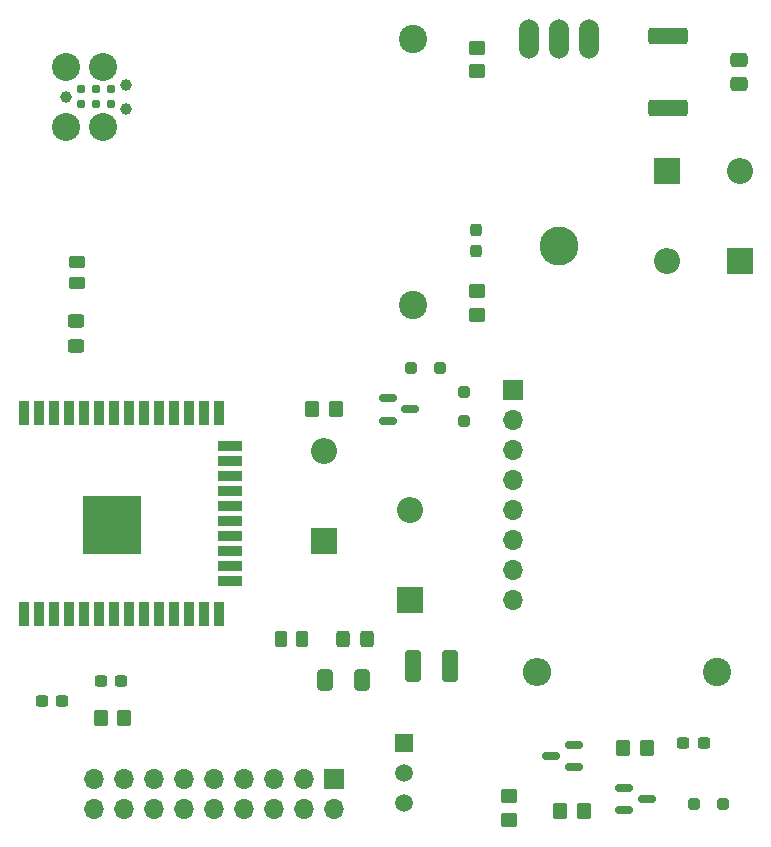
<source format=gts>
G04 #@! TF.GenerationSoftware,KiCad,Pcbnew,(7.0.0-0)*
G04 #@! TF.CreationDate,2023-03-22T08:14:14+00:00*
G04 #@! TF.ProjectId,ESP_AC_CDI_1,4553505f-4143-45f4-9344-495f312e6b69,rev?*
G04 #@! TF.SameCoordinates,Original*
G04 #@! TF.FileFunction,Soldermask,Top*
G04 #@! TF.FilePolarity,Negative*
%FSLAX46Y46*%
G04 Gerber Fmt 4.6, Leading zero omitted, Abs format (unit mm)*
G04 Created by KiCad (PCBNEW (7.0.0-0)) date 2023-03-22 08:14:14*
%MOMM*%
%LPD*%
G01*
G04 APERTURE LIST*
G04 Aperture macros list*
%AMRoundRect*
0 Rectangle with rounded corners*
0 $1 Rounding radius*
0 $2 $3 $4 $5 $6 $7 $8 $9 X,Y pos of 4 corners*
0 Add a 4 corners polygon primitive as box body*
4,1,4,$2,$3,$4,$5,$6,$7,$8,$9,$2,$3,0*
0 Add four circle primitives for the rounded corners*
1,1,$1+$1,$2,$3*
1,1,$1+$1,$4,$5*
1,1,$1+$1,$6,$7*
1,1,$1+$1,$8,$9*
0 Add four rect primitives between the rounded corners*
20,1,$1+$1,$2,$3,$4,$5,0*
20,1,$1+$1,$4,$5,$6,$7,0*
20,1,$1+$1,$6,$7,$8,$9,0*
20,1,$1+$1,$8,$9,$2,$3,0*%
G04 Aperture macros list end*
%ADD10RoundRect,0.250000X-0.475000X0.337500X-0.475000X-0.337500X0.475000X-0.337500X0.475000X0.337500X0*%
%ADD11O,2.200000X2.200000*%
%ADD12R,2.200000X2.200000*%
%ADD13RoundRect,0.249999X1.425001X-0.450001X1.425001X0.450001X-1.425001X0.450001X-1.425001X-0.450001X0*%
%ADD14RoundRect,0.237500X-0.300000X-0.237500X0.300000X-0.237500X0.300000X0.237500X-0.300000X0.237500X0*%
%ADD15RoundRect,0.237500X0.300000X0.237500X-0.300000X0.237500X-0.300000X-0.237500X0.300000X-0.237500X0*%
%ADD16RoundRect,0.250000X0.250000X0.250000X-0.250000X0.250000X-0.250000X-0.250000X0.250000X-0.250000X0*%
%ADD17RoundRect,0.250000X-0.250000X0.250000X-0.250000X-0.250000X0.250000X-0.250000X0.250000X0.250000X0*%
%ADD18RoundRect,0.250000X-0.325000X-0.450000X0.325000X-0.450000X0.325000X0.450000X-0.325000X0.450000X0*%
%ADD19RoundRect,0.250000X-0.350000X-0.450000X0.350000X-0.450000X0.350000X0.450000X-0.350000X0.450000X0*%
%ADD20R,0.900000X2.000000*%
%ADD21R,2.000000X0.900000*%
%ADD22R,5.000000X5.000000*%
%ADD23C,1.498600*%
%ADD24R,1.498600X1.498600*%
%ADD25RoundRect,0.250000X-0.412500X-1.100000X0.412500X-1.100000X0.412500X1.100000X-0.412500X1.100000X0*%
%ADD26RoundRect,0.250000X0.350000X0.450000X-0.350000X0.450000X-0.350000X-0.450000X0.350000X-0.450000X0*%
%ADD27RoundRect,0.250000X-0.450000X0.325000X-0.450000X-0.325000X0.450000X-0.325000X0.450000X0.325000X0*%
%ADD28C,3.302000*%
%ADD29O,1.676400X3.352800*%
%ADD30RoundRect,0.150000X0.587500X0.150000X-0.587500X0.150000X-0.587500X-0.150000X0.587500X-0.150000X0*%
%ADD31RoundRect,0.250000X0.450000X-0.350000X0.450000X0.350000X-0.450000X0.350000X-0.450000X-0.350000X0*%
%ADD32RoundRect,0.250000X-0.262500X-0.450000X0.262500X-0.450000X0.262500X0.450000X-0.262500X0.450000X0*%
%ADD33RoundRect,0.250000X-0.450000X0.350000X-0.450000X-0.350000X0.450000X-0.350000X0.450000X0.350000X0*%
%ADD34C,2.400000*%
%ADD35RoundRect,0.150000X-0.587500X-0.150000X0.587500X-0.150000X0.587500X0.150000X-0.587500X0.150000X0*%
%ADD36R,1.700000X1.700000*%
%ADD37O,1.700000X1.700000*%
%ADD38O,2.400000X2.400000*%
%ADD39C,2.374900*%
%ADD40C,0.990600*%
%ADD41C,0.787400*%
%ADD42RoundRect,0.237500X0.237500X-0.300000X0.237500X0.300000X-0.237500X0.300000X-0.237500X-0.300000X0*%
%ADD43RoundRect,0.250000X-0.450000X0.262500X-0.450000X-0.262500X0.450000X-0.262500X0.450000X0.262500X0*%
%ADD44RoundRect,0.250000X0.412500X0.650000X-0.412500X0.650000X-0.412500X-0.650000X0.412500X-0.650000X0*%
G04 APERTURE END LIST*
D10*
X226550000Y-85212500D03*
X226550000Y-87287500D03*
D11*
X226609999Y-94609999D03*
D12*
X226609999Y-102229999D03*
D13*
X220490000Y-83200000D03*
X220490000Y-89300000D03*
D12*
X220429999Y-94609999D03*
D11*
X220429999Y-102229999D03*
D12*
X191439999Y-125999999D03*
D11*
X191439999Y-118379999D03*
D14*
X172517500Y-137830000D03*
X174242500Y-137830000D03*
D15*
X169252500Y-139510000D03*
X167527500Y-139510000D03*
X223562500Y-143050000D03*
X221837500Y-143050000D03*
D16*
X201230000Y-111330000D03*
X198730000Y-111330000D03*
X225210000Y-148280000D03*
X222710000Y-148280000D03*
D12*
X198669999Y-130949999D03*
D11*
X198669999Y-123329999D03*
D17*
X203280000Y-113322500D03*
X203280000Y-115822500D03*
D18*
X193000000Y-134300000D03*
X195050000Y-134300000D03*
D19*
X211400000Y-148850000D03*
X213400000Y-148850000D03*
D20*
X165974999Y-132159999D03*
X167244999Y-132159999D03*
X168514999Y-132159999D03*
X169784999Y-132159999D03*
X171054999Y-132159999D03*
X172324999Y-132159999D03*
X173594999Y-132159999D03*
X174864999Y-132159999D03*
X176134999Y-132159999D03*
X177404999Y-132159999D03*
X178674999Y-132159999D03*
X179944999Y-132159999D03*
X181214999Y-132159999D03*
X182484999Y-132159999D03*
D21*
X183484999Y-129374999D03*
X183484999Y-128104999D03*
X183484999Y-126834999D03*
X183484999Y-125564999D03*
X183484999Y-124294999D03*
X183484999Y-123024999D03*
X183484999Y-121754999D03*
X183484999Y-120484999D03*
X183484999Y-119214999D03*
X183484999Y-117944999D03*
D20*
X182484999Y-115159999D03*
X181214999Y-115159999D03*
X179944999Y-115159999D03*
X178674999Y-115159999D03*
X177404999Y-115159999D03*
X176134999Y-115159999D03*
X174864999Y-115159999D03*
X173594999Y-115159999D03*
X172324999Y-115159999D03*
X171054999Y-115159999D03*
X169784999Y-115159999D03*
X168514999Y-115159999D03*
X167244999Y-115159999D03*
X165974999Y-115159999D03*
D22*
X173474999Y-124659999D03*
D23*
X198175000Y-148165000D03*
X198175000Y-145625000D03*
D24*
X198174999Y-143084999D03*
D25*
X198975000Y-136600000D03*
X202100000Y-136600000D03*
D26*
X218750000Y-143470000D03*
X216750000Y-143470000D03*
D27*
X170420000Y-107375000D03*
X170420000Y-109425000D03*
D28*
X211290000Y-101026000D03*
D29*
X211289999Y-83499999D03*
X213829999Y-83499999D03*
X208749999Y-83499999D03*
D30*
X212537500Y-145120000D03*
X212537500Y-143220000D03*
X210662500Y-144170000D03*
D31*
X207050000Y-149575000D03*
X207050000Y-147575000D03*
D32*
X187747500Y-134280000D03*
X189572500Y-134280000D03*
D33*
X204320000Y-104830000D03*
X204320000Y-106830000D03*
D34*
X198900000Y-83490000D03*
X198900000Y-105990000D03*
D35*
X216842500Y-146860000D03*
X216842500Y-148760000D03*
X218717500Y-147810000D03*
X196795000Y-113880000D03*
X196795000Y-115780000D03*
X198670000Y-114830000D03*
D36*
X192249999Y-146134999D03*
D37*
X192249999Y-148674999D03*
X189709999Y-146134999D03*
X189709999Y-148674999D03*
X187169999Y-146134999D03*
X187169999Y-148674999D03*
X184629999Y-146134999D03*
X184629999Y-148674999D03*
X182089999Y-146134999D03*
X182089999Y-148674999D03*
X179549999Y-146134999D03*
X179549999Y-148674999D03*
X177009999Y-146134999D03*
X177009999Y-148674999D03*
X174469999Y-146134999D03*
X174469999Y-148674999D03*
X171929999Y-146134999D03*
X171929999Y-148674999D03*
D34*
X224710000Y-137110000D03*
D38*
X209469999Y-137109999D03*
D26*
X192420000Y-114830000D03*
X190420000Y-114830000D03*
D39*
X169540000Y-85805000D03*
D40*
X169540000Y-88345000D03*
D39*
X169540000Y-90885000D03*
X172715000Y-85805000D03*
X172715000Y-90885000D03*
D40*
X174620000Y-87329000D03*
X174620000Y-89361000D03*
D41*
X170810000Y-88980000D03*
X170810000Y-87710000D03*
X172080000Y-88980000D03*
X172080000Y-87710000D03*
X173350000Y-88980000D03*
X173350000Y-87710000D03*
D42*
X204310000Y-99667500D03*
X204310000Y-101392500D03*
D36*
X207414999Y-113214999D03*
D37*
X207414999Y-115754999D03*
X207414999Y-118294999D03*
X207414999Y-120834999D03*
X207414999Y-123374999D03*
X207414999Y-125914999D03*
X207414999Y-128454999D03*
X207414999Y-130994999D03*
D43*
X170510000Y-102325000D03*
X170510000Y-104150000D03*
D44*
X194652500Y-137740000D03*
X191527500Y-137740000D03*
D26*
X174480000Y-140950000D03*
X172480000Y-140950000D03*
D31*
X204380000Y-86210000D03*
X204380000Y-84210000D03*
M02*

</source>
